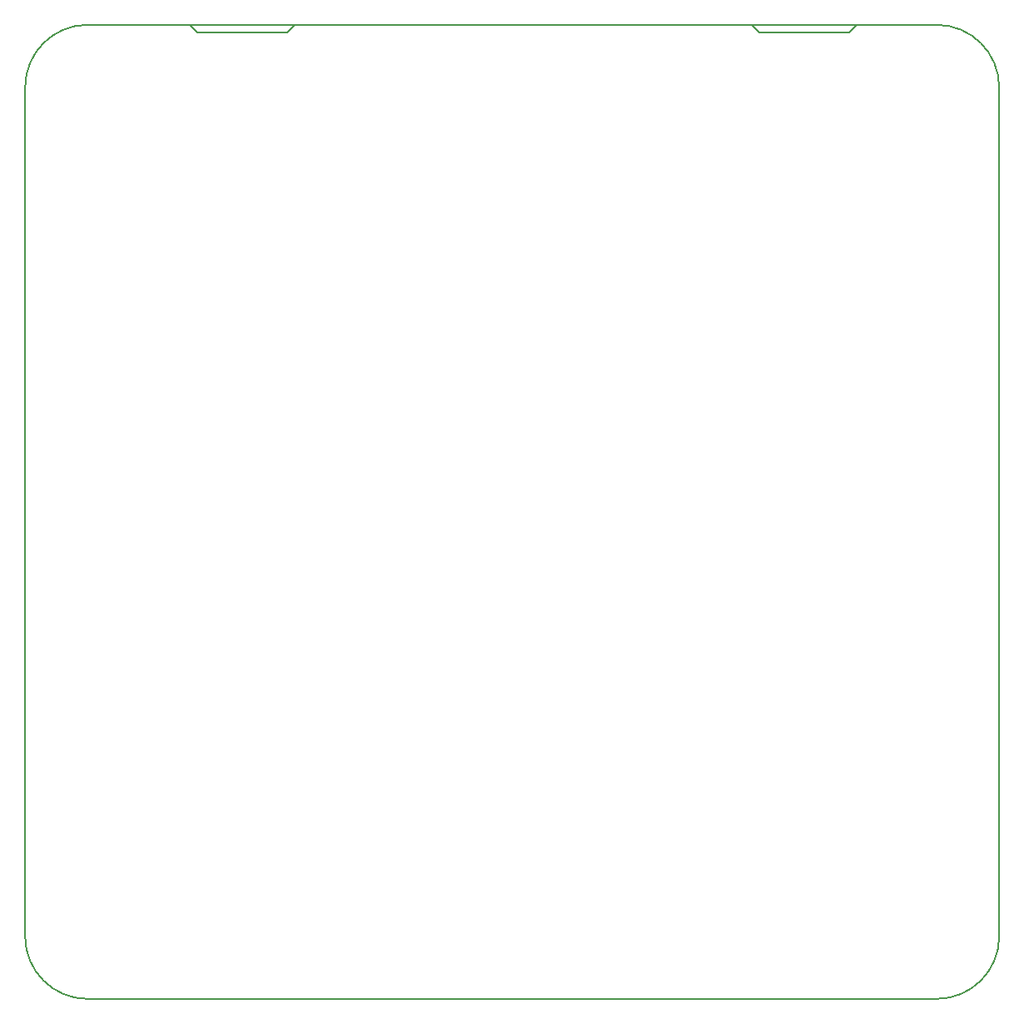
<source format=gbr>
%TF.GenerationSoftware,KiCad,Pcbnew,(5.0.0)*%
%TF.CreationDate,2018-08-30T21:25:35+03:00*%
%TF.ProjectId,Lysergic25,4C7973657267696332352E6B69636164,rev?*%
%TF.SameCoordinates,Original*%
%TF.FileFunction,Profile,NP*%
%FSLAX46Y46*%
G04 Gerber Fmt 4.6, Leading zero omitted, Abs format (unit mm)*
G04 Created by KiCad (PCBNEW (5.0.0)) date 08/30/18 21:25:35*
%MOMM*%
%LPD*%
G01*
G04 APERTURE LIST*
%ADD10C,0.150000*%
G04 APERTURE END LIST*
D10*
X73152000Y-83820000D02*
X62484000Y-83820000D01*
X16002000Y-83820000D02*
X5334000Y-83820000D01*
X73152000Y-83820000D02*
X81280000Y-83820000D01*
X16002000Y-83820000D02*
X62484000Y-83820000D01*
X5334000Y-83820000D02*
X-5080000Y-83820000D01*
X72390000Y-84582000D02*
X73152000Y-83820000D01*
X71882000Y-84582000D02*
X72390000Y-84582000D01*
X63246000Y-84582000D02*
X62484000Y-83820000D01*
X63754000Y-84582000D02*
X63246000Y-84582000D01*
X6096000Y-84582000D02*
X5334000Y-83820000D01*
X6604000Y-84582000D02*
X6096000Y-84582000D01*
X15240000Y-84582000D02*
X16002000Y-83820000D01*
X14732000Y-84582000D02*
X15240000Y-84582000D01*
X7112000Y-84582000D02*
X6604000Y-84582000D01*
X14224000Y-84582000D02*
X14732000Y-84582000D01*
X64262000Y-84582000D02*
X63754000Y-84582000D01*
X71374000Y-84582000D02*
X71882000Y-84582000D01*
X7366000Y-84582000D02*
X7112000Y-84582000D01*
X13970000Y-84582000D02*
X14224000Y-84582000D01*
X64516000Y-84582000D02*
X64262000Y-84582000D01*
X71120000Y-84582000D02*
X71374000Y-84582000D01*
X7366000Y-84582000D02*
X7874000Y-84582000D01*
X13970000Y-84582000D02*
X13462000Y-84582000D01*
X64516000Y-84582000D02*
X65024000Y-84582000D01*
X71120000Y-84582000D02*
X70612000Y-84582000D01*
X65024000Y-84582000D02*
X70612000Y-84582000D01*
X7874000Y-84582000D02*
X13462000Y-84582000D01*
X-11430000Y-90170000D02*
X-11430000Y-176530000D01*
X87630000Y-176530000D02*
X87630000Y-90170000D01*
X-5080000Y-182880000D02*
X81280000Y-182880000D01*
X-5080000Y-182880000D02*
G75*
G02X-11430000Y-176530000I0J6350000D01*
G01*
X-5080000Y-83820000D02*
G75*
G03X-11430000Y-90170000I0J-6350000D01*
G01*
X87630000Y-176530000D02*
G75*
G02X81280000Y-182880000I-6350000J0D01*
G01*
X81280000Y-83820000D02*
G75*
G02X87630000Y-90170000I0J-6350000D01*
G01*
M02*

</source>
